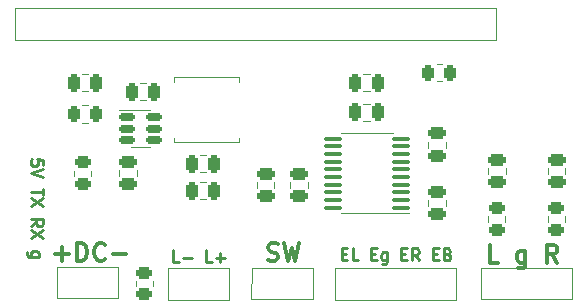
<source format=gto>
%TF.GenerationSoftware,KiCad,Pcbnew,7.0.1*%
%TF.CreationDate,2023-07-06T22:47:11-05:00*%
%TF.ProjectId,squishbox1,73717569-7368-4626-9f78-312e6b696361,rev?*%
%TF.SameCoordinates,Original*%
%TF.FileFunction,Legend,Top*%
%TF.FilePolarity,Positive*%
%FSLAX46Y46*%
G04 Gerber Fmt 4.6, Leading zero omitted, Abs format (unit mm)*
G04 Created by KiCad (PCBNEW 7.0.1) date 2023-07-06 22:47:11*
%MOMM*%
%LPD*%
G01*
G04 APERTURE LIST*
G04 Aperture macros list*
%AMRoundRect*
0 Rectangle with rounded corners*
0 $1 Rounding radius*
0 $2 $3 $4 $5 $6 $7 $8 $9 X,Y pos of 4 corners*
0 Add a 4 corners polygon primitive as box body*
4,1,4,$2,$3,$4,$5,$6,$7,$8,$9,$2,$3,0*
0 Add four circle primitives for the rounded corners*
1,1,$1+$1,$2,$3*
1,1,$1+$1,$4,$5*
1,1,$1+$1,$6,$7*
1,1,$1+$1,$8,$9*
0 Add four rect primitives between the rounded corners*
20,1,$1+$1,$2,$3,$4,$5,0*
20,1,$1+$1,$4,$5,$6,$7,0*
20,1,$1+$1,$6,$7,$8,$9,0*
20,1,$1+$1,$8,$9,$2,$3,0*%
G04 Aperture macros list end*
%ADD10C,0.300000*%
%ADD11C,0.250000*%
%ADD12C,0.120000*%
%ADD13R,1.700000X1.700000*%
%ADD14O,1.700000X1.700000*%
%ADD15RoundRect,0.250000X0.250000X0.475000X-0.250000X0.475000X-0.250000X-0.475000X0.250000X-0.475000X0*%
%ADD16RoundRect,0.250000X-0.262500X-0.450000X0.262500X-0.450000X0.262500X0.450000X-0.262500X0.450000X0*%
%ADD17RoundRect,0.250000X-0.250000X-0.475000X0.250000X-0.475000X0.250000X0.475000X-0.250000X0.475000X0*%
%ADD18R,1.600000X2.500000*%
%ADD19RoundRect,0.250000X-0.475000X0.250000X-0.475000X-0.250000X0.475000X-0.250000X0.475000X0.250000X0*%
%ADD20RoundRect,0.250000X0.475000X-0.250000X0.475000X0.250000X-0.475000X0.250000X-0.475000X-0.250000X0*%
%ADD21RoundRect,0.100000X0.637500X0.100000X-0.637500X0.100000X-0.637500X-0.100000X0.637500X-0.100000X0*%
%ADD22RoundRect,0.250000X-0.450000X0.262500X-0.450000X-0.262500X0.450000X-0.262500X0.450000X0.262500X0*%
%ADD23RoundRect,0.150000X-0.512500X-0.150000X0.512500X-0.150000X0.512500X0.150000X-0.512500X0.150000X0*%
%ADD24RoundRect,0.250000X0.450000X-0.262500X0.450000X0.262500X-0.450000X0.262500X-0.450000X-0.262500X0*%
%ADD25C,1.620000*%
G04 APERTURE END LIST*
D10*
X93143342Y-75470400D02*
X94286200Y-75470400D01*
X93714771Y-76041828D02*
X93714771Y-74898971D01*
X95000485Y-76041828D02*
X95000485Y-74541828D01*
X95000485Y-74541828D02*
X95357628Y-74541828D01*
X95357628Y-74541828D02*
X95571914Y-74613257D01*
X95571914Y-74613257D02*
X95714771Y-74756114D01*
X95714771Y-74756114D02*
X95786200Y-74898971D01*
X95786200Y-74898971D02*
X95857628Y-75184685D01*
X95857628Y-75184685D02*
X95857628Y-75398971D01*
X95857628Y-75398971D02*
X95786200Y-75684685D01*
X95786200Y-75684685D02*
X95714771Y-75827542D01*
X95714771Y-75827542D02*
X95571914Y-75970400D01*
X95571914Y-75970400D02*
X95357628Y-76041828D01*
X95357628Y-76041828D02*
X95000485Y-76041828D01*
X97357628Y-75898971D02*
X97286200Y-75970400D01*
X97286200Y-75970400D02*
X97071914Y-76041828D01*
X97071914Y-76041828D02*
X96929057Y-76041828D01*
X96929057Y-76041828D02*
X96714771Y-75970400D01*
X96714771Y-75970400D02*
X96571914Y-75827542D01*
X96571914Y-75827542D02*
X96500485Y-75684685D01*
X96500485Y-75684685D02*
X96429057Y-75398971D01*
X96429057Y-75398971D02*
X96429057Y-75184685D01*
X96429057Y-75184685D02*
X96500485Y-74898971D01*
X96500485Y-74898971D02*
X96571914Y-74756114D01*
X96571914Y-74756114D02*
X96714771Y-74613257D01*
X96714771Y-74613257D02*
X96929057Y-74541828D01*
X96929057Y-74541828D02*
X97071914Y-74541828D01*
X97071914Y-74541828D02*
X97286200Y-74613257D01*
X97286200Y-74613257D02*
X97357628Y-74684685D01*
X98000485Y-75470400D02*
X99143343Y-75470400D01*
D11*
X103609685Y-76153819D02*
X103133495Y-76153819D01*
X103133495Y-76153819D02*
X103133495Y-75153819D01*
X103943019Y-75772866D02*
X104704924Y-75772866D01*
X106419209Y-76153819D02*
X105943019Y-76153819D01*
X105943019Y-76153819D02*
X105943019Y-75153819D01*
X106752543Y-75772866D02*
X107514448Y-75772866D01*
X107133495Y-76153819D02*
X107133495Y-75391914D01*
X92079780Y-67973485D02*
X92079780Y-67497295D01*
X92079780Y-67497295D02*
X91603590Y-67449676D01*
X91603590Y-67449676D02*
X91651209Y-67497295D01*
X91651209Y-67497295D02*
X91698828Y-67592533D01*
X91698828Y-67592533D02*
X91698828Y-67830628D01*
X91698828Y-67830628D02*
X91651209Y-67925866D01*
X91651209Y-67925866D02*
X91603590Y-67973485D01*
X91603590Y-67973485D02*
X91508352Y-68021104D01*
X91508352Y-68021104D02*
X91270257Y-68021104D01*
X91270257Y-68021104D02*
X91175019Y-67973485D01*
X91175019Y-67973485D02*
X91127400Y-67925866D01*
X91127400Y-67925866D02*
X91079780Y-67830628D01*
X91079780Y-67830628D02*
X91079780Y-67592533D01*
X91079780Y-67592533D02*
X91127400Y-67497295D01*
X91127400Y-67497295D02*
X91175019Y-67449676D01*
X92079780Y-68306819D02*
X91079780Y-68640152D01*
X91079780Y-68640152D02*
X92079780Y-68973485D01*
X92079780Y-69925867D02*
X92079780Y-70497295D01*
X91079780Y-70211581D02*
X92079780Y-70211581D01*
X92079780Y-70735391D02*
X91079780Y-71402057D01*
X92079780Y-71402057D02*
X91079780Y-70735391D01*
X91079780Y-73116343D02*
X91555971Y-72783010D01*
X91079780Y-72544915D02*
X92079780Y-72544915D01*
X92079780Y-72544915D02*
X92079780Y-72925867D01*
X92079780Y-72925867D02*
X92032161Y-73021105D01*
X92032161Y-73021105D02*
X91984542Y-73068724D01*
X91984542Y-73068724D02*
X91889304Y-73116343D01*
X91889304Y-73116343D02*
X91746447Y-73116343D01*
X91746447Y-73116343D02*
X91651209Y-73068724D01*
X91651209Y-73068724D02*
X91603590Y-73021105D01*
X91603590Y-73021105D02*
X91555971Y-72925867D01*
X91555971Y-72925867D02*
X91555971Y-72544915D01*
X92079780Y-73449677D02*
X91079780Y-74116343D01*
X92079780Y-74116343D02*
X91079780Y-73449677D01*
X91746447Y-75687772D02*
X90936923Y-75687772D01*
X90936923Y-75687772D02*
X90841685Y-75640153D01*
X90841685Y-75640153D02*
X90794066Y-75592534D01*
X90794066Y-75592534D02*
X90746447Y-75497296D01*
X90746447Y-75497296D02*
X90746447Y-75354439D01*
X90746447Y-75354439D02*
X90794066Y-75259201D01*
X91127400Y-75687772D02*
X91079780Y-75592534D01*
X91079780Y-75592534D02*
X91079780Y-75402058D01*
X91079780Y-75402058D02*
X91127400Y-75306820D01*
X91127400Y-75306820D02*
X91175019Y-75259201D01*
X91175019Y-75259201D02*
X91270257Y-75211582D01*
X91270257Y-75211582D02*
X91555971Y-75211582D01*
X91555971Y-75211582D02*
X91651209Y-75259201D01*
X91651209Y-75259201D02*
X91698828Y-75306820D01*
X91698828Y-75306820D02*
X91746447Y-75402058D01*
X91746447Y-75402058D02*
X91746447Y-75592534D01*
X91746447Y-75592534D02*
X91698828Y-75687772D01*
X117408295Y-75477609D02*
X117741628Y-75477609D01*
X117884485Y-76001419D02*
X117408295Y-76001419D01*
X117408295Y-76001419D02*
X117408295Y-75001419D01*
X117408295Y-75001419D02*
X117884485Y-75001419D01*
X118789247Y-76001419D02*
X118313057Y-76001419D01*
X118313057Y-76001419D02*
X118313057Y-75001419D01*
X119884486Y-75477609D02*
X120217819Y-75477609D01*
X120360676Y-76001419D02*
X119884486Y-76001419D01*
X119884486Y-76001419D02*
X119884486Y-75001419D01*
X119884486Y-75001419D02*
X120360676Y-75001419D01*
X121217819Y-75334752D02*
X121217819Y-76144276D01*
X121217819Y-76144276D02*
X121170200Y-76239514D01*
X121170200Y-76239514D02*
X121122581Y-76287133D01*
X121122581Y-76287133D02*
X121027343Y-76334752D01*
X121027343Y-76334752D02*
X120884486Y-76334752D01*
X120884486Y-76334752D02*
X120789248Y-76287133D01*
X121217819Y-75953800D02*
X121122581Y-76001419D01*
X121122581Y-76001419D02*
X120932105Y-76001419D01*
X120932105Y-76001419D02*
X120836867Y-75953800D01*
X120836867Y-75953800D02*
X120789248Y-75906180D01*
X120789248Y-75906180D02*
X120741629Y-75810942D01*
X120741629Y-75810942D02*
X120741629Y-75525228D01*
X120741629Y-75525228D02*
X120789248Y-75429990D01*
X120789248Y-75429990D02*
X120836867Y-75382371D01*
X120836867Y-75382371D02*
X120932105Y-75334752D01*
X120932105Y-75334752D02*
X121122581Y-75334752D01*
X121122581Y-75334752D02*
X121217819Y-75382371D01*
X122455915Y-75477609D02*
X122789248Y-75477609D01*
X122932105Y-76001419D02*
X122455915Y-76001419D01*
X122455915Y-76001419D02*
X122455915Y-75001419D01*
X122455915Y-75001419D02*
X122932105Y-75001419D01*
X123932105Y-76001419D02*
X123598772Y-75525228D01*
X123360677Y-76001419D02*
X123360677Y-75001419D01*
X123360677Y-75001419D02*
X123741629Y-75001419D01*
X123741629Y-75001419D02*
X123836867Y-75049038D01*
X123836867Y-75049038D02*
X123884486Y-75096657D01*
X123884486Y-75096657D02*
X123932105Y-75191895D01*
X123932105Y-75191895D02*
X123932105Y-75334752D01*
X123932105Y-75334752D02*
X123884486Y-75429990D01*
X123884486Y-75429990D02*
X123836867Y-75477609D01*
X123836867Y-75477609D02*
X123741629Y-75525228D01*
X123741629Y-75525228D02*
X123360677Y-75525228D01*
X125122582Y-75477609D02*
X125455915Y-75477609D01*
X125598772Y-76001419D02*
X125122582Y-76001419D01*
X125122582Y-76001419D02*
X125122582Y-75001419D01*
X125122582Y-75001419D02*
X125598772Y-75001419D01*
X126360677Y-75477609D02*
X126503534Y-75525228D01*
X126503534Y-75525228D02*
X126551153Y-75572847D01*
X126551153Y-75572847D02*
X126598772Y-75668085D01*
X126598772Y-75668085D02*
X126598772Y-75810942D01*
X126598772Y-75810942D02*
X126551153Y-75906180D01*
X126551153Y-75906180D02*
X126503534Y-75953800D01*
X126503534Y-75953800D02*
X126408296Y-76001419D01*
X126408296Y-76001419D02*
X126027344Y-76001419D01*
X126027344Y-76001419D02*
X126027344Y-75001419D01*
X126027344Y-75001419D02*
X126360677Y-75001419D01*
X126360677Y-75001419D02*
X126455915Y-75049038D01*
X126455915Y-75049038D02*
X126503534Y-75096657D01*
X126503534Y-75096657D02*
X126551153Y-75191895D01*
X126551153Y-75191895D02*
X126551153Y-75287133D01*
X126551153Y-75287133D02*
X126503534Y-75382371D01*
X126503534Y-75382371D02*
X126455915Y-75429990D01*
X126455915Y-75429990D02*
X126360677Y-75477609D01*
X126360677Y-75477609D02*
X126027344Y-75477609D01*
D10*
X111156714Y-75995800D02*
X111371000Y-76067228D01*
X111371000Y-76067228D02*
X111728142Y-76067228D01*
X111728142Y-76067228D02*
X111871000Y-75995800D01*
X111871000Y-75995800D02*
X111942428Y-75924371D01*
X111942428Y-75924371D02*
X112013857Y-75781514D01*
X112013857Y-75781514D02*
X112013857Y-75638657D01*
X112013857Y-75638657D02*
X111942428Y-75495800D01*
X111942428Y-75495800D02*
X111871000Y-75424371D01*
X111871000Y-75424371D02*
X111728142Y-75352942D01*
X111728142Y-75352942D02*
X111442428Y-75281514D01*
X111442428Y-75281514D02*
X111299571Y-75210085D01*
X111299571Y-75210085D02*
X111228142Y-75138657D01*
X111228142Y-75138657D02*
X111156714Y-74995800D01*
X111156714Y-74995800D02*
X111156714Y-74852942D01*
X111156714Y-74852942D02*
X111228142Y-74710085D01*
X111228142Y-74710085D02*
X111299571Y-74638657D01*
X111299571Y-74638657D02*
X111442428Y-74567228D01*
X111442428Y-74567228D02*
X111799571Y-74567228D01*
X111799571Y-74567228D02*
X112013857Y-74638657D01*
X112513856Y-74567228D02*
X112870999Y-76067228D01*
X112870999Y-76067228D02*
X113156713Y-74995800D01*
X113156713Y-74995800D02*
X113442428Y-76067228D01*
X113442428Y-76067228D02*
X113799571Y-74567228D01*
X130662228Y-76194228D02*
X129947942Y-76194228D01*
X129947942Y-76194228D02*
X129947942Y-74694228D01*
X132947943Y-75194228D02*
X132947943Y-76408514D01*
X132947943Y-76408514D02*
X132876514Y-76551371D01*
X132876514Y-76551371D02*
X132805085Y-76622800D01*
X132805085Y-76622800D02*
X132662228Y-76694228D01*
X132662228Y-76694228D02*
X132447943Y-76694228D01*
X132447943Y-76694228D02*
X132305085Y-76622800D01*
X132947943Y-76122800D02*
X132805085Y-76194228D01*
X132805085Y-76194228D02*
X132519371Y-76194228D01*
X132519371Y-76194228D02*
X132376514Y-76122800D01*
X132376514Y-76122800D02*
X132305085Y-76051371D01*
X132305085Y-76051371D02*
X132233657Y-75908514D01*
X132233657Y-75908514D02*
X132233657Y-75479942D01*
X132233657Y-75479942D02*
X132305085Y-75337085D01*
X132305085Y-75337085D02*
X132376514Y-75265657D01*
X132376514Y-75265657D02*
X132519371Y-75194228D01*
X132519371Y-75194228D02*
X132805085Y-75194228D01*
X132805085Y-75194228D02*
X132947943Y-75265657D01*
X135662228Y-76194228D02*
X135162228Y-75479942D01*
X134805085Y-76194228D02*
X134805085Y-74694228D01*
X134805085Y-74694228D02*
X135376514Y-74694228D01*
X135376514Y-74694228D02*
X135519371Y-74765657D01*
X135519371Y-74765657D02*
X135590800Y-74837085D01*
X135590800Y-74837085D02*
X135662228Y-74979942D01*
X135662228Y-74979942D02*
X135662228Y-75194228D01*
X135662228Y-75194228D02*
X135590800Y-75337085D01*
X135590800Y-75337085D02*
X135519371Y-75408514D01*
X135519371Y-75408514D02*
X135376514Y-75479942D01*
X135376514Y-75479942D02*
X134805085Y-75479942D01*
D12*
%TO.C,U2*%
X130430000Y-57330000D02*
X130430000Y-54670000D01*
X89710000Y-57320000D02*
X130430000Y-57330000D01*
X89710000Y-57320000D02*
X89710000Y-54660000D01*
X89710000Y-54660000D02*
X130430000Y-54670000D01*
%TO.C,D1*%
X102700000Y-79360000D02*
X107870000Y-79330000D01*
X102700000Y-79360000D02*
X102700000Y-76700000D01*
X107870000Y-79330000D02*
X107870000Y-76670000D01*
X102710000Y-76690000D02*
X107870000Y-76670000D01*
%TO.C,S1*%
X109759200Y-79320000D02*
X114929200Y-79310000D01*
X109759200Y-79320000D02*
X109769200Y-76670000D01*
X114929200Y-79310000D02*
X114939200Y-76670000D01*
X109769200Y-76670000D02*
X114909200Y-76670000D01*
%TO.C,C7*%
X119758052Y-61695000D02*
X119235548Y-61695000D01*
X119758052Y-60225000D02*
X119235548Y-60225000D01*
%TO.C,R3*%
X125428636Y-59386800D02*
X125882764Y-59386800D01*
X125428636Y-60856800D02*
X125882764Y-60856800D01*
%TO.C,C3*%
X100845252Y-62457000D02*
X100322748Y-62457000D01*
X100845252Y-60987000D02*
X100322748Y-60987000D01*
%TO.C,C13*%
X95395148Y-60225000D02*
X95917652Y-60225000D01*
X95395148Y-61695000D02*
X95917652Y-61695000D01*
%TO.C,L1*%
X103158000Y-60486000D02*
X103158000Y-60886000D01*
X103158000Y-60486000D02*
X108678000Y-60486000D01*
X103158000Y-66006000D02*
X103158000Y-65606000D01*
X103158000Y-66006000D02*
X108678000Y-66006000D01*
X108678000Y-60486000D02*
X108678000Y-60886000D01*
X108678000Y-66006000D02*
X108678000Y-65606000D01*
%TO.C,C4*%
X111682200Y-69349948D02*
X111682200Y-69872452D01*
X110212200Y-69349948D02*
X110212200Y-69872452D01*
%TO.C,C1*%
X100038000Y-68357048D02*
X100038000Y-68879552D01*
X98568000Y-68357048D02*
X98568000Y-68879552D01*
%TO.C,J3*%
X116850000Y-79330000D02*
X127070000Y-79330000D01*
X127070000Y-79330000D02*
X127070000Y-76670000D01*
X116850000Y-79270000D02*
X116850000Y-76670000D01*
X116850000Y-76670000D02*
X127070000Y-76670000D01*
%TO.C,C11*%
X105925252Y-70839000D02*
X105402748Y-70839000D01*
X105925252Y-69369000D02*
X105402748Y-69369000D01*
%TO.C,C10*%
X134875600Y-68714252D02*
X134875600Y-68191748D01*
X136345600Y-68714252D02*
X136345600Y-68191748D01*
%TO.C,C9*%
X129821000Y-68714252D02*
X129821000Y-68191748D01*
X131291000Y-68714252D02*
X131291000Y-68191748D01*
%TO.C,R5*%
X95429336Y-62866600D02*
X95883464Y-62866600D01*
X95429336Y-64336600D02*
X95883464Y-64336600D01*
%TO.C,J2*%
X136855200Y-76648000D02*
X129175200Y-76648000D01*
X136855200Y-76648000D02*
X136855200Y-79308000D01*
X129175200Y-76648000D02*
X129175200Y-79308000D01*
X136855200Y-79308000D02*
X129175200Y-79308000D01*
%TO.C,U1*%
X119532400Y-72015800D02*
X123132400Y-72015800D01*
X119532400Y-72015800D02*
X117332400Y-72015800D01*
X119532400Y-65245800D02*
X121732400Y-65245800D01*
X119532400Y-65245800D02*
X117332400Y-65245800D01*
%TO.C,R6*%
X96188200Y-68403736D02*
X96188200Y-68857864D01*
X94718200Y-68403736D02*
X94718200Y-68857864D01*
%TO.C,C6*%
X126211000Y-65946348D02*
X126211000Y-66468852D01*
X124741000Y-65946348D02*
X124741000Y-66468852D01*
%TO.C,C2*%
X113039300Y-69872452D02*
X113039300Y-69349948D01*
X114509300Y-69872452D02*
X114509300Y-69349948D01*
%TO.C,U3*%
X100349900Y-63283900D02*
X98549900Y-63283900D01*
X100349900Y-63283900D02*
X101149900Y-63283900D01*
X100349900Y-66403900D02*
X99549900Y-66403900D01*
X100349900Y-66403900D02*
X101149900Y-66403900D01*
%TO.C,C12*%
X105925252Y-68553000D02*
X105402748Y-68553000D01*
X105925252Y-67083000D02*
X105402748Y-67083000D01*
%TO.C,C8*%
X119758052Y-64209600D02*
X119235548Y-64209600D01*
X119758052Y-62739600D02*
X119235548Y-62739600D01*
%TO.C,C5*%
X124741000Y-71406652D02*
X124741000Y-70884148D01*
X126211000Y-71406652D02*
X126211000Y-70884148D01*
%TO.C,J4*%
X98460400Y-76551800D02*
X93310400Y-76571800D01*
X98460400Y-76551800D02*
X98460400Y-79211800D01*
X93310400Y-76571800D02*
X93310400Y-79231800D01*
X98460400Y-79211800D02*
X93310400Y-79231800D01*
%TO.C,R2*%
X136294800Y-72277836D02*
X136294800Y-72731964D01*
X134824800Y-72277836D02*
X134824800Y-72731964D01*
%TO.C,R4*%
X99950600Y-78181564D02*
X99950600Y-77727436D01*
X101420600Y-78181564D02*
X101420600Y-77727436D01*
%TO.C,R1*%
X131265600Y-72277836D02*
X131265600Y-72731964D01*
X129795600Y-72277836D02*
X129795600Y-72731964D01*
%TD*%
%LPC*%
D13*
%TO.C,U2*%
X91000000Y-56000000D03*
D14*
X93540000Y-56000000D03*
X96080000Y-56000000D03*
X98620000Y-56000000D03*
X101160000Y-56000000D03*
X103700000Y-56000000D03*
X116400000Y-56000000D03*
X118940000Y-56000000D03*
X121480000Y-56000000D03*
X124020000Y-56000000D03*
X126560000Y-56000000D03*
X129100000Y-56000000D03*
%TD*%
D13*
%TO.C,D1*%
X104000000Y-78000000D03*
D14*
X106540000Y-78000000D03*
%TD*%
%TO.C,S1*%
X111069200Y-78000000D03*
X113609200Y-78000000D03*
%TD*%
D15*
%TO.C,C7*%
X120446800Y-60960000D03*
X118546800Y-60960000D03*
%TD*%
D16*
%TO.C,R3*%
X124743200Y-60121800D03*
X126568200Y-60121800D03*
%TD*%
D15*
%TO.C,C3*%
X101534000Y-61722000D03*
X99634000Y-61722000D03*
%TD*%
D17*
%TO.C,C13*%
X94706400Y-60960000D03*
X96606400Y-60960000D03*
%TD*%
D18*
%TO.C,L1*%
X103718000Y-63246000D03*
X108118000Y-63246000D03*
%TD*%
D19*
%TO.C,C4*%
X110947200Y-68661200D03*
X110947200Y-70561200D03*
%TD*%
%TO.C,C1*%
X99303000Y-67668300D03*
X99303000Y-69568300D03*
%TD*%
D14*
%TO.C,J3*%
X118120000Y-78000000D03*
D13*
X120660000Y-78000000D03*
D14*
X123200000Y-78000000D03*
X125740000Y-78000000D03*
%TD*%
D15*
%TO.C,C11*%
X106614000Y-70104000D03*
X104714000Y-70104000D03*
%TD*%
D20*
%TO.C,C10*%
X135610600Y-69403000D03*
X135610600Y-67503000D03*
%TD*%
%TO.C,C9*%
X130556000Y-69403000D03*
X130556000Y-67503000D03*
%TD*%
D16*
%TO.C,R5*%
X94743900Y-63601600D03*
X96568900Y-63601600D03*
%TD*%
D14*
%TO.C,J2*%
X135585200Y-77978000D03*
D13*
X133045200Y-77978000D03*
D14*
X130505200Y-77978000D03*
%TD*%
D21*
%TO.C,U1*%
X122394900Y-71555800D03*
X122394900Y-70905800D03*
X122394900Y-70255800D03*
X122394900Y-69605800D03*
X122394900Y-68955800D03*
X122394900Y-68305800D03*
X122394900Y-67655800D03*
X122394900Y-67005800D03*
X122394900Y-66355800D03*
X122394900Y-65705800D03*
X116669900Y-65705800D03*
X116669900Y-66355800D03*
X116669900Y-67005800D03*
X116669900Y-67655800D03*
X116669900Y-68305800D03*
X116669900Y-68955800D03*
X116669900Y-69605800D03*
X116669900Y-70255800D03*
X116669900Y-70905800D03*
X116669900Y-71555800D03*
%TD*%
D22*
%TO.C,R6*%
X95453200Y-67718300D03*
X95453200Y-69543300D03*
%TD*%
D19*
%TO.C,C6*%
X125476000Y-65257600D03*
X125476000Y-67157600D03*
%TD*%
D20*
%TO.C,C2*%
X113774300Y-70561200D03*
X113774300Y-68661200D03*
%TD*%
D23*
%TO.C,U3*%
X99212400Y-63893900D03*
X99212400Y-64843900D03*
X99212400Y-65793900D03*
X101487400Y-65793900D03*
X101487400Y-64843900D03*
X101487400Y-63893900D03*
%TD*%
D15*
%TO.C,C12*%
X106614000Y-67818000D03*
X104714000Y-67818000D03*
%TD*%
%TO.C,C8*%
X120446800Y-63474600D03*
X118546800Y-63474600D03*
%TD*%
D20*
%TO.C,C5*%
X125476000Y-72095400D03*
X125476000Y-70195400D03*
%TD*%
D13*
%TO.C,J4*%
X97180400Y-77901800D03*
D14*
X94640400Y-77901800D03*
%TD*%
D22*
%TO.C,R2*%
X135559800Y-71592400D03*
X135559800Y-73417400D03*
%TD*%
D24*
%TO.C,R4*%
X100685600Y-78867000D03*
X100685600Y-77042000D03*
%TD*%
D22*
%TO.C,R1*%
X130530600Y-71592400D03*
X130530600Y-73417400D03*
%TD*%
D14*
%TO.C,J1*%
X88440000Y-52070000D03*
X88440000Y-49530000D03*
X90980000Y-52070000D03*
X90980000Y-49530000D03*
X93520000Y-52070000D03*
X93520000Y-49530000D03*
X96060000Y-52070000D03*
X96060000Y-49530000D03*
X98600000Y-52070000D03*
X98600000Y-49530000D03*
X101140000Y-52070000D03*
X101140000Y-49530000D03*
X103680000Y-52070000D03*
X103680000Y-49530000D03*
X106220000Y-52070000D03*
X106220000Y-49530000D03*
X108760000Y-52070000D03*
X108760000Y-49530000D03*
X111300000Y-52070000D03*
X111300000Y-49530000D03*
X113840000Y-52070000D03*
X113840000Y-49530000D03*
X116380000Y-52070000D03*
X116380000Y-49530000D03*
X118920000Y-52070000D03*
X118920000Y-49530000D03*
X121460000Y-52070000D03*
X121460000Y-49530000D03*
X124000000Y-52070000D03*
X124000000Y-49530000D03*
X126540000Y-52070000D03*
X126540000Y-49530000D03*
X129080000Y-52070000D03*
X129080000Y-49530000D03*
X131620000Y-52070000D03*
X131620000Y-49530000D03*
X134160000Y-52070000D03*
X134160000Y-49530000D03*
X136700000Y-52070000D03*
X136700000Y-49530000D03*
%TD*%
%TO.C,J5*%
X89001600Y-67995800D03*
X89001600Y-70535800D03*
X89001600Y-73075800D03*
D13*
X89001600Y-75615800D03*
%TD*%
D25*
%TO.C,RV1*%
X89099000Y-63968000D03*
X91599000Y-61468000D03*
X89099000Y-58968000D03*
%TD*%
M02*

</source>
